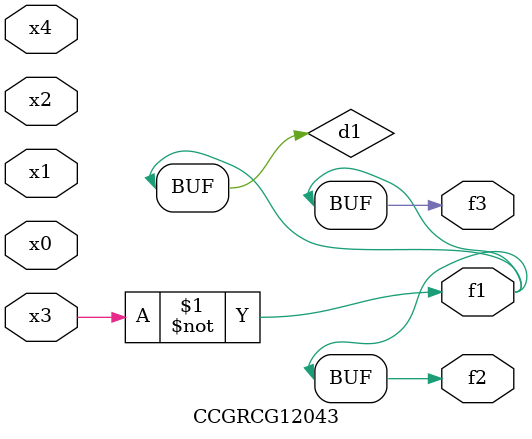
<source format=v>
module CCGRCG12043(
	input x0, x1, x2, x3, x4,
	output f1, f2, f3
);

	wire d1, d2;

	xnor (d1, x3);
	not (d2, x1);
	assign f1 = d1;
	assign f2 = d1;
	assign f3 = d1;
endmodule

</source>
